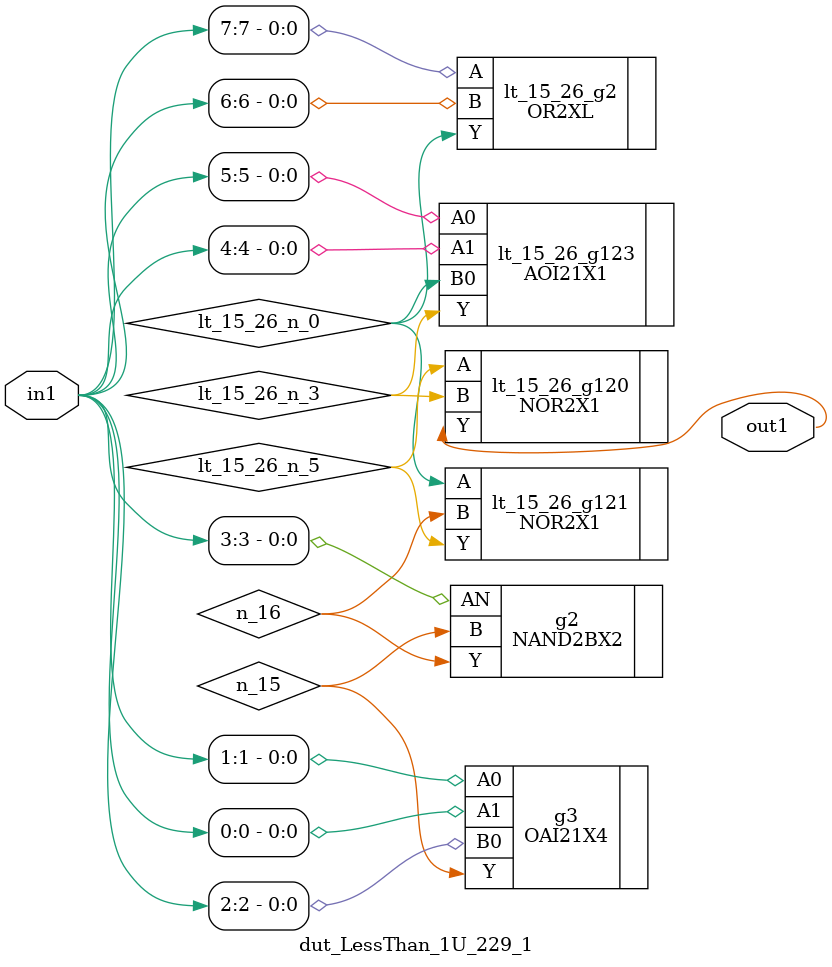
<source format=v>
`timescale 1ps / 1ps


module dut_LessThan_1U_229_1(in1, out1);
  input [7:0] in1;
  output out1;
  wire [7:0] in1;
  wire out1;
  wire lt_15_26_n_0, lt_15_26_n_3, lt_15_26_n_5, n_15, n_16;
  NOR2X1 lt_15_26_g120(.A (lt_15_26_n_5), .B (lt_15_26_n_3), .Y (out1));
  NOR2X1 lt_15_26_g121(.A (lt_15_26_n_0), .B (n_16), .Y (lt_15_26_n_5));
  AOI21X1 lt_15_26_g123(.A0 (in1[5]), .A1 (in1[4]), .B0 (lt_15_26_n_0),
       .Y (lt_15_26_n_3));
  OR2XL lt_15_26_g2(.A (in1[7]), .B (in1[6]), .Y (lt_15_26_n_0));
  NAND2BX2 g2(.AN (in1[3]), .B (n_15), .Y (n_16));
  OAI21X4 g3(.A0 (in1[1]), .A1 (in1[0]), .B0 (in1[2]), .Y (n_15));
endmodule



</source>
